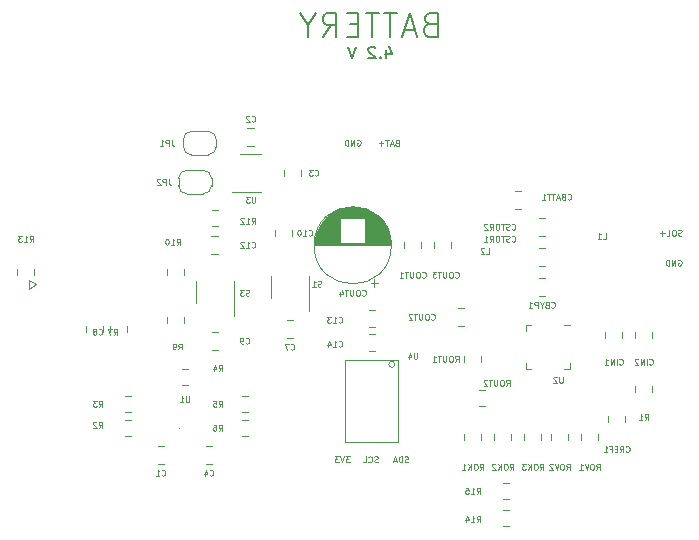
<source format=gbo>
G04 #@! TF.GenerationSoftware,KiCad,Pcbnew,(5.1.6)-1*
G04 #@! TF.CreationDate,2020-11-30T16:59:51+01:00*
G04 #@! TF.ProjectId,Power_module_v1,506f7765-725f-46d6-9f64-756c655f7631,rev?*
G04 #@! TF.SameCoordinates,Original*
G04 #@! TF.FileFunction,Legend,Bot*
G04 #@! TF.FilePolarity,Positive*
%FSLAX46Y46*%
G04 Gerber Fmt 4.6, Leading zero omitted, Abs format (unit mm)*
G04 Created by KiCad (PCBNEW (5.1.6)-1) date 2020-11-30 16:59:51*
%MOMM*%
%LPD*%
G01*
G04 APERTURE LIST*
%ADD10C,0.150000*%
%ADD11C,0.125000*%
%ADD12C,0.120000*%
G04 APERTURE END LIST*
D10*
X123761333Y-64555714D02*
X123761333Y-65222380D01*
X123999428Y-64174761D02*
X124237523Y-64889047D01*
X123618476Y-64889047D01*
X123237523Y-65127142D02*
X123189904Y-65174761D01*
X123237523Y-65222380D01*
X123285142Y-65174761D01*
X123237523Y-65127142D01*
X123237523Y-65222380D01*
X122808952Y-64317619D02*
X122761333Y-64270000D01*
X122666095Y-64222380D01*
X122428000Y-64222380D01*
X122332761Y-64270000D01*
X122285142Y-64317619D01*
X122237523Y-64412857D01*
X122237523Y-64508095D01*
X122285142Y-64650952D01*
X122856571Y-65222380D01*
X122237523Y-65222380D01*
X121189904Y-64222380D02*
X120856571Y-65222380D01*
X120523238Y-64222380D01*
X127428000Y-62341142D02*
X127142285Y-62436380D01*
X127047047Y-62531619D01*
X126951809Y-62722095D01*
X126951809Y-63007809D01*
X127047047Y-63198285D01*
X127142285Y-63293523D01*
X127332761Y-63388761D01*
X128094666Y-63388761D01*
X128094666Y-61388761D01*
X127428000Y-61388761D01*
X127237523Y-61484000D01*
X127142285Y-61579238D01*
X127047047Y-61769714D01*
X127047047Y-61960190D01*
X127142285Y-62150666D01*
X127237523Y-62245904D01*
X127428000Y-62341142D01*
X128094666Y-62341142D01*
X126189904Y-62817333D02*
X125237523Y-62817333D01*
X126380380Y-63388761D02*
X125713714Y-61388761D01*
X125047047Y-63388761D01*
X124666095Y-61388761D02*
X123523238Y-61388761D01*
X124094666Y-63388761D02*
X124094666Y-61388761D01*
X123142285Y-61388761D02*
X121999428Y-61388761D01*
X122570857Y-63388761D02*
X122570857Y-61388761D01*
X121332761Y-62341142D02*
X120666095Y-62341142D01*
X120380380Y-63388761D02*
X121332761Y-63388761D01*
X121332761Y-61388761D01*
X120380380Y-61388761D01*
X118380380Y-63388761D02*
X119047047Y-62436380D01*
X119523238Y-63388761D02*
X119523238Y-61388761D01*
X118761333Y-61388761D01*
X118570857Y-61484000D01*
X118475619Y-61579238D01*
X118380380Y-61769714D01*
X118380380Y-62055428D01*
X118475619Y-62245904D01*
X118570857Y-62341142D01*
X118761333Y-62436380D01*
X119523238Y-62436380D01*
X117142285Y-62436380D02*
X117142285Y-63388761D01*
X117808952Y-61388761D02*
X117142285Y-62436380D01*
X116475619Y-61388761D01*
D11*
X148744666Y-80212380D02*
X148673238Y-80236190D01*
X148554190Y-80236190D01*
X148506571Y-80212380D01*
X148482761Y-80188571D01*
X148458952Y-80140952D01*
X148458952Y-80093333D01*
X148482761Y-80045714D01*
X148506571Y-80021904D01*
X148554190Y-79998095D01*
X148649428Y-79974285D01*
X148697047Y-79950476D01*
X148720857Y-79926666D01*
X148744666Y-79879047D01*
X148744666Y-79831428D01*
X148720857Y-79783809D01*
X148697047Y-79760000D01*
X148649428Y-79736190D01*
X148530380Y-79736190D01*
X148458952Y-79760000D01*
X148149428Y-79736190D02*
X148054190Y-79736190D01*
X148006571Y-79760000D01*
X147958952Y-79807619D01*
X147935142Y-79902857D01*
X147935142Y-80069523D01*
X147958952Y-80164761D01*
X148006571Y-80212380D01*
X148054190Y-80236190D01*
X148149428Y-80236190D01*
X148197047Y-80212380D01*
X148244666Y-80164761D01*
X148268476Y-80069523D01*
X148268476Y-79902857D01*
X148244666Y-79807619D01*
X148197047Y-79760000D01*
X148149428Y-79736190D01*
X147482761Y-80236190D02*
X147720857Y-80236190D01*
X147720857Y-79736190D01*
X147316095Y-80045714D02*
X146935142Y-80045714D01*
X147125619Y-80236190D02*
X147125619Y-79855238D01*
X121284952Y-72140000D02*
X121332571Y-72116190D01*
X121404000Y-72116190D01*
X121475428Y-72140000D01*
X121523047Y-72187619D01*
X121546857Y-72235238D01*
X121570666Y-72330476D01*
X121570666Y-72401904D01*
X121546857Y-72497142D01*
X121523047Y-72544761D01*
X121475428Y-72592380D01*
X121404000Y-72616190D01*
X121356380Y-72616190D01*
X121284952Y-72592380D01*
X121261142Y-72568571D01*
X121261142Y-72401904D01*
X121356380Y-72401904D01*
X121046857Y-72616190D02*
X121046857Y-72116190D01*
X120761142Y-72616190D01*
X120761142Y-72116190D01*
X120523047Y-72616190D02*
X120523047Y-72116190D01*
X120404000Y-72116190D01*
X120332571Y-72140000D01*
X120284952Y-72187619D01*
X120261142Y-72235238D01*
X120237333Y-72330476D01*
X120237333Y-72401904D01*
X120261142Y-72497142D01*
X120284952Y-72544761D01*
X120332571Y-72592380D01*
X120404000Y-72616190D01*
X120523047Y-72616190D01*
X148462952Y-82300000D02*
X148510571Y-82276190D01*
X148582000Y-82276190D01*
X148653428Y-82300000D01*
X148701047Y-82347619D01*
X148724857Y-82395238D01*
X148748666Y-82490476D01*
X148748666Y-82561904D01*
X148724857Y-82657142D01*
X148701047Y-82704761D01*
X148653428Y-82752380D01*
X148582000Y-82776190D01*
X148534380Y-82776190D01*
X148462952Y-82752380D01*
X148439142Y-82728571D01*
X148439142Y-82561904D01*
X148534380Y-82561904D01*
X148224857Y-82776190D02*
X148224857Y-82276190D01*
X147939142Y-82776190D01*
X147939142Y-82276190D01*
X147701047Y-82776190D02*
X147701047Y-82276190D01*
X147582000Y-82276190D01*
X147510571Y-82300000D01*
X147462952Y-82347619D01*
X147439142Y-82395238D01*
X147415333Y-82490476D01*
X147415333Y-82561904D01*
X147439142Y-82657142D01*
X147462952Y-82704761D01*
X147510571Y-82752380D01*
X147582000Y-82776190D01*
X147701047Y-82776190D01*
X124630571Y-72354285D02*
X124559142Y-72378095D01*
X124535333Y-72401904D01*
X124511523Y-72449523D01*
X124511523Y-72520952D01*
X124535333Y-72568571D01*
X124559142Y-72592380D01*
X124606761Y-72616190D01*
X124797238Y-72616190D01*
X124797238Y-72116190D01*
X124630571Y-72116190D01*
X124582952Y-72140000D01*
X124559142Y-72163809D01*
X124535333Y-72211428D01*
X124535333Y-72259047D01*
X124559142Y-72306666D01*
X124582952Y-72330476D01*
X124630571Y-72354285D01*
X124797238Y-72354285D01*
X124321047Y-72473333D02*
X124082952Y-72473333D01*
X124368666Y-72616190D02*
X124202000Y-72116190D01*
X124035333Y-72616190D01*
X123940095Y-72116190D02*
X123654380Y-72116190D01*
X123797238Y-72616190D02*
X123797238Y-72116190D01*
X123487714Y-72425714D02*
X123106761Y-72425714D01*
X123297238Y-72616190D02*
X123297238Y-72235238D01*
D12*
X93472000Y-84074000D02*
X93472000Y-83947000D01*
X93472000Y-84709000D02*
X93472000Y-84074000D01*
X94107000Y-84328000D02*
X93472000Y-84709000D01*
X93472000Y-83947000D02*
X94107000Y-84328000D01*
D11*
X125575142Y-99389380D02*
X125503714Y-99413190D01*
X125384666Y-99413190D01*
X125337047Y-99389380D01*
X125313238Y-99365571D01*
X125289428Y-99317952D01*
X125289428Y-99270333D01*
X125313238Y-99222714D01*
X125337047Y-99198904D01*
X125384666Y-99175095D01*
X125479904Y-99151285D01*
X125527523Y-99127476D01*
X125551333Y-99103666D01*
X125575142Y-99056047D01*
X125575142Y-99008428D01*
X125551333Y-98960809D01*
X125527523Y-98937000D01*
X125479904Y-98913190D01*
X125360857Y-98913190D01*
X125289428Y-98937000D01*
X125075142Y-99413190D02*
X125075142Y-98913190D01*
X124956095Y-98913190D01*
X124884666Y-98937000D01*
X124837047Y-98984619D01*
X124813238Y-99032238D01*
X124789428Y-99127476D01*
X124789428Y-99198904D01*
X124813238Y-99294142D01*
X124837047Y-99341761D01*
X124884666Y-99389380D01*
X124956095Y-99413190D01*
X125075142Y-99413190D01*
X124598952Y-99270333D02*
X124360857Y-99270333D01*
X124646571Y-99413190D02*
X124479904Y-98913190D01*
X124313238Y-99413190D01*
X123023238Y-99389380D02*
X122951809Y-99413190D01*
X122832761Y-99413190D01*
X122785142Y-99389380D01*
X122761333Y-99365571D01*
X122737523Y-99317952D01*
X122737523Y-99270333D01*
X122761333Y-99222714D01*
X122785142Y-99198904D01*
X122832761Y-99175095D01*
X122928000Y-99151285D01*
X122975619Y-99127476D01*
X122999428Y-99103666D01*
X123023238Y-99056047D01*
X123023238Y-99008428D01*
X122999428Y-98960809D01*
X122975619Y-98937000D01*
X122928000Y-98913190D01*
X122808952Y-98913190D01*
X122737523Y-98937000D01*
X122237523Y-99365571D02*
X122261333Y-99389380D01*
X122332761Y-99413190D01*
X122380380Y-99413190D01*
X122451809Y-99389380D01*
X122499428Y-99341761D01*
X122523238Y-99294142D01*
X122547047Y-99198904D01*
X122547047Y-99127476D01*
X122523238Y-99032238D01*
X122499428Y-98984619D01*
X122451809Y-98937000D01*
X122380380Y-98913190D01*
X122332761Y-98913190D01*
X122261333Y-98937000D01*
X122237523Y-98960809D01*
X121785142Y-99413190D02*
X122023238Y-99413190D01*
X122023238Y-98913190D01*
X120634047Y-98913190D02*
X120324523Y-98913190D01*
X120491190Y-99103666D01*
X120419761Y-99103666D01*
X120372142Y-99127476D01*
X120348333Y-99151285D01*
X120324523Y-99198904D01*
X120324523Y-99317952D01*
X120348333Y-99365571D01*
X120372142Y-99389380D01*
X120419761Y-99413190D01*
X120562619Y-99413190D01*
X120610238Y-99389380D01*
X120634047Y-99365571D01*
X120181666Y-98913190D02*
X120015000Y-99413190D01*
X119848333Y-98913190D01*
X119729285Y-98913190D02*
X119419761Y-98913190D01*
X119586428Y-99103666D01*
X119515000Y-99103666D01*
X119467380Y-99127476D01*
X119443571Y-99151285D01*
X119419761Y-99198904D01*
X119419761Y-99317952D01*
X119443571Y-99365571D01*
X119467380Y-99389380D01*
X119515000Y-99413190D01*
X119657857Y-99413190D01*
X119705476Y-99389380D01*
X119729285Y-99365571D01*
D12*
X106427748Y-91492000D02*
X106950252Y-91492000D01*
X106427748Y-92912000D02*
X106950252Y-92912000D01*
X111507748Y-93778000D02*
X112030252Y-93778000D01*
X111507748Y-95198000D02*
X112030252Y-95198000D01*
X137167252Y-81307000D02*
X136644748Y-81307000D01*
X137167252Y-82777000D02*
X136644748Y-82777000D01*
X142521000Y-95518248D02*
X142521000Y-96040752D01*
X143991000Y-95518248D02*
X143991000Y-96040752D01*
X126719000Y-81287252D02*
X126719000Y-80764748D01*
X125249000Y-81287252D02*
X125249000Y-80764748D01*
X142267000Y-88384748D02*
X142267000Y-88907252D01*
X143737000Y-88384748D02*
X143737000Y-88907252D01*
X137167252Y-83847000D02*
X136644748Y-83847000D01*
X137167252Y-85317000D02*
X136644748Y-85317000D01*
X122284748Y-90016000D02*
X122807252Y-90016000D01*
X122284748Y-88546000D02*
X122807252Y-88546000D01*
X122293748Y-87984000D02*
X122816252Y-87984000D01*
X122293748Y-86514000D02*
X122816252Y-86514000D01*
X108937248Y-81761000D02*
X109459752Y-81761000D01*
X108937248Y-80291000D02*
X109459752Y-80291000D01*
X115797000Y-80271252D02*
X115797000Y-79748748D01*
X114327000Y-80271252D02*
X114327000Y-79748748D01*
X109481252Y-88419000D02*
X108958748Y-88419000D01*
X109481252Y-89889000D02*
X108958748Y-89889000D01*
X101827000Y-88399252D02*
X101827000Y-87876748D01*
X100357000Y-88399252D02*
X100357000Y-87876748D01*
X115831252Y-87403000D02*
X115308748Y-87403000D01*
X115831252Y-88873000D02*
X115308748Y-88873000D01*
X108973252Y-98071000D02*
X108450748Y-98071000D01*
X108973252Y-99541000D02*
X108450748Y-99541000D01*
X116559000Y-75169752D02*
X116559000Y-74647248D01*
X115089000Y-75169752D02*
X115089000Y-74647248D01*
X111985248Y-72617000D02*
X112507752Y-72617000D01*
X111985248Y-71147000D02*
X112507752Y-71147000D01*
X104386748Y-99541000D02*
X104909252Y-99541000D01*
X104386748Y-98071000D02*
X104909252Y-98071000D01*
X129786748Y-86387000D02*
X130309252Y-86387000D01*
X129786748Y-87857000D02*
X130309252Y-87857000D01*
X146277000Y-88384748D02*
X146277000Y-88907252D01*
X144807000Y-88384748D02*
X144807000Y-88907252D01*
X137167252Y-78767000D02*
X136644748Y-78767000D01*
X137167252Y-80237000D02*
X136644748Y-80237000D01*
X134612748Y-77951000D02*
X135135252Y-77951000D01*
X134612748Y-76481000D02*
X135135252Y-76481000D01*
X129259000Y-81287252D02*
X129259000Y-80764748D01*
X127789000Y-81287252D02*
X127789000Y-80764748D01*
X106263223Y-96563080D02*
G75*
G03*
X106263223Y-96563080I-52363J0D01*
G01*
X107250000Y-73390000D02*
X108650000Y-73390000D01*
X109350000Y-72690000D02*
X109350000Y-72090000D01*
X108650000Y-71390000D02*
X107250000Y-71390000D01*
X106550000Y-72090000D02*
X106550000Y-72690000D01*
X108650000Y-73390000D02*
G75*
G03*
X109350000Y-72690000I0J700000D01*
G01*
X109350000Y-72090000D02*
G75*
G03*
X108650000Y-71390000I-700000J0D01*
G01*
X107250000Y-71390000D02*
G75*
G03*
X106550000Y-72090000I0J-700000D01*
G01*
X106550000Y-72690000D02*
G75*
G03*
X107250000Y-73390000I700000J0D01*
G01*
X106154000Y-75392000D02*
X106154000Y-75992000D01*
X108254000Y-74692000D02*
X106854000Y-74692000D01*
X108954000Y-75992000D02*
X108954000Y-75392000D01*
X106854000Y-76692000D02*
X108254000Y-76692000D01*
X106154000Y-75992000D02*
G75*
G03*
X106854000Y-76692000I700000J0D01*
G01*
X106854000Y-74692000D02*
G75*
G03*
X106154000Y-75392000I0J-700000D01*
G01*
X108954000Y-75392000D02*
G75*
G03*
X108254000Y-74692000I-700000J0D01*
G01*
X108254000Y-76692000D02*
G75*
G03*
X108954000Y-75992000I0J700000D01*
G01*
X146252000Y-92956748D02*
X146252000Y-93479252D01*
X144832000Y-92956748D02*
X144832000Y-93479252D01*
X102106252Y-95810000D02*
X101583748Y-95810000D01*
X102106252Y-97230000D02*
X101583748Y-97230000D01*
X102115252Y-95198000D02*
X101592748Y-95198000D01*
X102115252Y-93778000D02*
X101592748Y-93778000D01*
X111507748Y-95810000D02*
X112030252Y-95810000D01*
X111507748Y-97230000D02*
X112030252Y-97230000D01*
X98350000Y-88399252D02*
X98350000Y-87876748D01*
X99770000Y-88399252D02*
X99770000Y-87876748D01*
X106628000Y-87628252D02*
X106628000Y-87105748D01*
X105208000Y-87628252D02*
X105208000Y-87105748D01*
X105208000Y-83573252D02*
X105208000Y-83050748D01*
X106628000Y-83573252D02*
X106628000Y-83050748D01*
X92508000Y-83059748D02*
X92508000Y-83582252D01*
X93928000Y-83059748D02*
X93928000Y-83582252D01*
X134110252Y-103430000D02*
X133587748Y-103430000D01*
X134110252Y-104850000D02*
X133587748Y-104850000D01*
X134110252Y-102564000D02*
X133587748Y-102564000D01*
X134110252Y-101144000D02*
X133587748Y-101144000D01*
X136854000Y-97543252D02*
X136854000Y-97020748D01*
X135434000Y-97543252D02*
X135434000Y-97020748D01*
X132894000Y-97543252D02*
X132894000Y-97020748D01*
X134314000Y-97543252D02*
X134314000Y-97020748D01*
X130354000Y-97020748D02*
X130354000Y-97543252D01*
X131774000Y-97020748D02*
X131774000Y-97543252D01*
X132087252Y-94690000D02*
X131564748Y-94690000D01*
X132087252Y-93270000D02*
X131564748Y-93270000D01*
X131774000Y-90939252D02*
X131774000Y-90416748D01*
X130354000Y-90939252D02*
X130354000Y-90416748D01*
X139140000Y-97543252D02*
X139140000Y-97020748D01*
X137720000Y-97543252D02*
X137720000Y-97020748D01*
X141680000Y-97020748D02*
X141680000Y-97543252D01*
X140260000Y-97020748D02*
X140260000Y-97543252D01*
X107610000Y-85910000D02*
X107610000Y-84110000D01*
X110830000Y-84110000D02*
X110830000Y-87060000D01*
X136029000Y-87802000D02*
X135554000Y-87802000D01*
X135554000Y-87802000D02*
X135554000Y-88277000D01*
X138799000Y-91522000D02*
X139274000Y-91522000D01*
X139274000Y-91522000D02*
X139274000Y-91047000D01*
X136029000Y-91522000D02*
X135554000Y-91522000D01*
X135554000Y-91522000D02*
X135554000Y-91047000D01*
X138799000Y-87802000D02*
X139274000Y-87802000D01*
X113168000Y-76540000D02*
X110718000Y-76540000D01*
X111368000Y-73320000D02*
X113168000Y-73320000D01*
X124460000Y-91126000D02*
G75*
G03*
X124460000Y-91126000I-254000J0D01*
G01*
X124714000Y-97730000D02*
X124714000Y-90745000D01*
X120269000Y-97730000D02*
X124714000Y-97730000D01*
X120269000Y-90745000D02*
X120269000Y-97730000D01*
X124714000Y-90745000D02*
X120269000Y-90745000D01*
X123058000Y-84231241D02*
X122428000Y-84231241D01*
X122743000Y-84546241D02*
X122743000Y-83916241D01*
X121306000Y-77805000D02*
X120502000Y-77805000D01*
X121537000Y-77845000D02*
X120271000Y-77845000D01*
X121706000Y-77885000D02*
X120102000Y-77885000D01*
X121844000Y-77925000D02*
X119964000Y-77925000D01*
X121963000Y-77965000D02*
X119845000Y-77965000D01*
X122069000Y-78005000D02*
X119739000Y-78005000D01*
X122166000Y-78045000D02*
X119642000Y-78045000D01*
X122254000Y-78085000D02*
X119554000Y-78085000D01*
X122336000Y-78125000D02*
X119472000Y-78125000D01*
X122413000Y-78165000D02*
X119395000Y-78165000D01*
X122485000Y-78205000D02*
X119323000Y-78205000D01*
X122554000Y-78245000D02*
X119254000Y-78245000D01*
X122618000Y-78285000D02*
X119190000Y-78285000D01*
X122680000Y-78325000D02*
X119128000Y-78325000D01*
X122738000Y-78365000D02*
X119070000Y-78365000D01*
X122794000Y-78405000D02*
X119014000Y-78405000D01*
X122848000Y-78445000D02*
X118960000Y-78445000D01*
X122899000Y-78485000D02*
X118909000Y-78485000D01*
X122948000Y-78525000D02*
X118860000Y-78525000D01*
X122996000Y-78565000D02*
X118812000Y-78565000D01*
X123041000Y-78605000D02*
X118767000Y-78605000D01*
X123086000Y-78645000D02*
X118722000Y-78645000D01*
X123128000Y-78685000D02*
X118680000Y-78685000D01*
X123169000Y-78725000D02*
X118639000Y-78725000D01*
X119864000Y-78765000D02*
X118599000Y-78765000D01*
X123209000Y-78765000D02*
X121944000Y-78765000D01*
X119864000Y-78805000D02*
X118561000Y-78805000D01*
X123247000Y-78805000D02*
X121944000Y-78805000D01*
X119864000Y-78845000D02*
X118524000Y-78845000D01*
X123284000Y-78845000D02*
X121944000Y-78845000D01*
X119864000Y-78885000D02*
X118488000Y-78885000D01*
X123320000Y-78885000D02*
X121944000Y-78885000D01*
X119864000Y-78925000D02*
X118454000Y-78925000D01*
X123354000Y-78925000D02*
X121944000Y-78925000D01*
X119864000Y-78965000D02*
X118420000Y-78965000D01*
X123388000Y-78965000D02*
X121944000Y-78965000D01*
X119864000Y-79005000D02*
X118388000Y-79005000D01*
X123420000Y-79005000D02*
X121944000Y-79005000D01*
X119864000Y-79045000D02*
X118356000Y-79045000D01*
X123452000Y-79045000D02*
X121944000Y-79045000D01*
X119864000Y-79085000D02*
X118326000Y-79085000D01*
X123482000Y-79085000D02*
X121944000Y-79085000D01*
X119864000Y-79125000D02*
X118297000Y-79125000D01*
X123511000Y-79125000D02*
X121944000Y-79125000D01*
X119864000Y-79165000D02*
X118268000Y-79165000D01*
X123540000Y-79165000D02*
X121944000Y-79165000D01*
X119864000Y-79205000D02*
X118240000Y-79205000D01*
X123568000Y-79205000D02*
X121944000Y-79205000D01*
X119864000Y-79245000D02*
X118214000Y-79245000D01*
X123594000Y-79245000D02*
X121944000Y-79245000D01*
X119864000Y-79285000D02*
X118188000Y-79285000D01*
X123620000Y-79285000D02*
X121944000Y-79285000D01*
X119864000Y-79325000D02*
X118162000Y-79325000D01*
X123646000Y-79325000D02*
X121944000Y-79325000D01*
X119864000Y-79365000D02*
X118138000Y-79365000D01*
X123670000Y-79365000D02*
X121944000Y-79365000D01*
X119864000Y-79405000D02*
X118114000Y-79405000D01*
X123694000Y-79405000D02*
X121944000Y-79405000D01*
X119864000Y-79445000D02*
X118092000Y-79445000D01*
X123716000Y-79445000D02*
X121944000Y-79445000D01*
X119864000Y-79485000D02*
X118070000Y-79485000D01*
X123738000Y-79485000D02*
X121944000Y-79485000D01*
X119864000Y-79525000D02*
X118048000Y-79525000D01*
X123760000Y-79525000D02*
X121944000Y-79525000D01*
X119864000Y-79565000D02*
X118028000Y-79565000D01*
X123780000Y-79565000D02*
X121944000Y-79565000D01*
X119864000Y-79605000D02*
X118008000Y-79605000D01*
X123800000Y-79605000D02*
X121944000Y-79605000D01*
X119864000Y-79645000D02*
X117988000Y-79645000D01*
X123820000Y-79645000D02*
X121944000Y-79645000D01*
X119864000Y-79685000D02*
X117970000Y-79685000D01*
X123838000Y-79685000D02*
X121944000Y-79685000D01*
X119864000Y-79725000D02*
X117952000Y-79725000D01*
X123856000Y-79725000D02*
X121944000Y-79725000D01*
X119864000Y-79765000D02*
X117934000Y-79765000D01*
X123874000Y-79765000D02*
X121944000Y-79765000D01*
X119864000Y-79805000D02*
X117918000Y-79805000D01*
X123890000Y-79805000D02*
X121944000Y-79805000D01*
X119864000Y-79845000D02*
X117902000Y-79845000D01*
X123906000Y-79845000D02*
X121944000Y-79845000D01*
X119864000Y-79885000D02*
X117886000Y-79885000D01*
X123922000Y-79885000D02*
X121944000Y-79885000D01*
X119864000Y-79925000D02*
X117871000Y-79925000D01*
X123937000Y-79925000D02*
X121944000Y-79925000D01*
X119864000Y-79965000D02*
X117857000Y-79965000D01*
X123951000Y-79965000D02*
X121944000Y-79965000D01*
X119864000Y-80005000D02*
X117843000Y-80005000D01*
X123965000Y-80005000D02*
X121944000Y-80005000D01*
X119864000Y-80045000D02*
X117830000Y-80045000D01*
X123978000Y-80045000D02*
X121944000Y-80045000D01*
X119864000Y-80085000D02*
X117818000Y-80085000D01*
X123990000Y-80085000D02*
X121944000Y-80085000D01*
X119864000Y-80125000D02*
X117806000Y-80125000D01*
X124002000Y-80125000D02*
X121944000Y-80125000D01*
X119864000Y-80165000D02*
X117794000Y-80165000D01*
X124014000Y-80165000D02*
X121944000Y-80165000D01*
X119864000Y-80205000D02*
X117783000Y-80205000D01*
X124025000Y-80205000D02*
X121944000Y-80205000D01*
X119864000Y-80245000D02*
X117773000Y-80245000D01*
X124035000Y-80245000D02*
X121944000Y-80245000D01*
X119864000Y-80285000D02*
X117763000Y-80285000D01*
X124045000Y-80285000D02*
X121944000Y-80285000D01*
X119864000Y-80325000D02*
X117754000Y-80325000D01*
X124054000Y-80325000D02*
X121944000Y-80325000D01*
X119864000Y-80366000D02*
X117745000Y-80366000D01*
X124063000Y-80366000D02*
X121944000Y-80366000D01*
X119864000Y-80406000D02*
X117737000Y-80406000D01*
X124071000Y-80406000D02*
X121944000Y-80406000D01*
X119864000Y-80446000D02*
X117729000Y-80446000D01*
X124079000Y-80446000D02*
X121944000Y-80446000D01*
X119864000Y-80486000D02*
X117722000Y-80486000D01*
X124086000Y-80486000D02*
X121944000Y-80486000D01*
X119864000Y-80526000D02*
X117715000Y-80526000D01*
X124093000Y-80526000D02*
X121944000Y-80526000D01*
X119864000Y-80566000D02*
X117709000Y-80566000D01*
X124099000Y-80566000D02*
X121944000Y-80566000D01*
X119864000Y-80606000D02*
X117703000Y-80606000D01*
X124105000Y-80606000D02*
X121944000Y-80606000D01*
X119864000Y-80646000D02*
X117698000Y-80646000D01*
X124110000Y-80646000D02*
X121944000Y-80646000D01*
X119864000Y-80686000D02*
X117693000Y-80686000D01*
X124115000Y-80686000D02*
X121944000Y-80686000D01*
X119864000Y-80726000D02*
X117689000Y-80726000D01*
X124119000Y-80726000D02*
X121944000Y-80726000D01*
X119864000Y-80766000D02*
X117686000Y-80766000D01*
X124122000Y-80766000D02*
X121944000Y-80766000D01*
X119864000Y-80806000D02*
X117682000Y-80806000D01*
X124126000Y-80806000D02*
X121944000Y-80806000D01*
X124128000Y-80846000D02*
X117680000Y-80846000D01*
X124131000Y-80886000D02*
X117677000Y-80886000D01*
X124132000Y-80926000D02*
X117676000Y-80926000D01*
X124134000Y-80966000D02*
X117674000Y-80966000D01*
X124134000Y-81006000D02*
X117674000Y-81006000D01*
X124134000Y-81046000D02*
X117674000Y-81046000D01*
X124174000Y-81046000D02*
G75*
G03*
X124174000Y-81046000I-3270000J0D01*
G01*
X109472252Y-79450000D02*
X108949748Y-79450000D01*
X109472252Y-78030000D02*
X108949748Y-78030000D01*
X117180000Y-83682000D02*
X117180000Y-86632000D01*
X113960000Y-85482000D02*
X113960000Y-83682000D01*
D11*
X109557333Y-91666190D02*
X109724000Y-91428095D01*
X109843047Y-91666190D02*
X109843047Y-91166190D01*
X109652571Y-91166190D01*
X109604952Y-91190000D01*
X109581142Y-91213809D01*
X109557333Y-91261428D01*
X109557333Y-91332857D01*
X109581142Y-91380476D01*
X109604952Y-91404285D01*
X109652571Y-91428095D01*
X109843047Y-91428095D01*
X109128761Y-91332857D02*
X109128761Y-91666190D01*
X109247809Y-91142380D02*
X109366857Y-91499523D01*
X109057333Y-91499523D01*
X109557333Y-94714190D02*
X109724000Y-94476095D01*
X109843047Y-94714190D02*
X109843047Y-94214190D01*
X109652571Y-94214190D01*
X109604952Y-94238000D01*
X109581142Y-94261809D01*
X109557333Y-94309428D01*
X109557333Y-94380857D01*
X109581142Y-94428476D01*
X109604952Y-94452285D01*
X109652571Y-94476095D01*
X109843047Y-94476095D01*
X109104952Y-94214190D02*
X109343047Y-94214190D01*
X109366857Y-94452285D01*
X109343047Y-94428476D01*
X109295428Y-94404666D01*
X109176380Y-94404666D01*
X109128761Y-94428476D01*
X109104952Y-94452285D01*
X109081142Y-94499904D01*
X109081142Y-94618952D01*
X109104952Y-94666571D01*
X109128761Y-94690380D01*
X109176380Y-94714190D01*
X109295428Y-94714190D01*
X109343047Y-94690380D01*
X109366857Y-94666571D01*
X134373809Y-80696571D02*
X134397619Y-80720380D01*
X134469047Y-80744190D01*
X134516666Y-80744190D01*
X134588095Y-80720380D01*
X134635714Y-80672761D01*
X134659523Y-80625142D01*
X134683333Y-80529904D01*
X134683333Y-80458476D01*
X134659523Y-80363238D01*
X134635714Y-80315619D01*
X134588095Y-80268000D01*
X134516666Y-80244190D01*
X134469047Y-80244190D01*
X134397619Y-80268000D01*
X134373809Y-80291809D01*
X134183333Y-80720380D02*
X134111904Y-80744190D01*
X133992857Y-80744190D01*
X133945238Y-80720380D01*
X133921428Y-80696571D01*
X133897619Y-80648952D01*
X133897619Y-80601333D01*
X133921428Y-80553714D01*
X133945238Y-80529904D01*
X133992857Y-80506095D01*
X134088095Y-80482285D01*
X134135714Y-80458476D01*
X134159523Y-80434666D01*
X134183333Y-80387047D01*
X134183333Y-80339428D01*
X134159523Y-80291809D01*
X134135714Y-80268000D01*
X134088095Y-80244190D01*
X133969047Y-80244190D01*
X133897619Y-80268000D01*
X133754761Y-80244190D02*
X133469047Y-80244190D01*
X133611904Y-80744190D02*
X133611904Y-80244190D01*
X133207142Y-80244190D02*
X133111904Y-80244190D01*
X133064285Y-80268000D01*
X133016666Y-80315619D01*
X132992857Y-80410857D01*
X132992857Y-80577523D01*
X133016666Y-80672761D01*
X133064285Y-80720380D01*
X133111904Y-80744190D01*
X133207142Y-80744190D01*
X133254761Y-80720380D01*
X133302380Y-80672761D01*
X133326190Y-80577523D01*
X133326190Y-80410857D01*
X133302380Y-80315619D01*
X133254761Y-80268000D01*
X133207142Y-80244190D01*
X132492857Y-80744190D02*
X132659523Y-80506095D01*
X132778571Y-80744190D02*
X132778571Y-80244190D01*
X132588095Y-80244190D01*
X132540476Y-80268000D01*
X132516666Y-80291809D01*
X132492857Y-80339428D01*
X132492857Y-80410857D01*
X132516666Y-80458476D01*
X132540476Y-80482285D01*
X132588095Y-80506095D01*
X132778571Y-80506095D01*
X132016666Y-80744190D02*
X132302380Y-80744190D01*
X132159523Y-80744190D02*
X132159523Y-80244190D01*
X132207142Y-80315619D01*
X132254761Y-80363238D01*
X132302380Y-80387047D01*
X144029809Y-98498071D02*
X144053619Y-98521880D01*
X144125047Y-98545690D01*
X144172666Y-98545690D01*
X144244095Y-98521880D01*
X144291714Y-98474261D01*
X144315523Y-98426642D01*
X144339333Y-98331404D01*
X144339333Y-98259976D01*
X144315523Y-98164738D01*
X144291714Y-98117119D01*
X144244095Y-98069500D01*
X144172666Y-98045690D01*
X144125047Y-98045690D01*
X144053619Y-98069500D01*
X144029809Y-98093309D01*
X143529809Y-98545690D02*
X143696476Y-98307595D01*
X143815523Y-98545690D02*
X143815523Y-98045690D01*
X143625047Y-98045690D01*
X143577428Y-98069500D01*
X143553619Y-98093309D01*
X143529809Y-98140928D01*
X143529809Y-98212357D01*
X143553619Y-98259976D01*
X143577428Y-98283785D01*
X143625047Y-98307595D01*
X143815523Y-98307595D01*
X143315523Y-98283785D02*
X143148857Y-98283785D01*
X143077428Y-98545690D02*
X143315523Y-98545690D01*
X143315523Y-98045690D01*
X143077428Y-98045690D01*
X142696476Y-98283785D02*
X142863142Y-98283785D01*
X142863142Y-98545690D02*
X142863142Y-98045690D01*
X142625047Y-98045690D01*
X142172666Y-98545690D02*
X142458380Y-98545690D01*
X142315523Y-98545690D02*
X142315523Y-98045690D01*
X142363142Y-98117119D01*
X142410761Y-98164738D01*
X142458380Y-98188547D01*
X126781619Y-83744571D02*
X126805428Y-83768380D01*
X126876857Y-83792190D01*
X126924476Y-83792190D01*
X126995904Y-83768380D01*
X127043523Y-83720761D01*
X127067333Y-83673142D01*
X127091142Y-83577904D01*
X127091142Y-83506476D01*
X127067333Y-83411238D01*
X127043523Y-83363619D01*
X126995904Y-83316000D01*
X126924476Y-83292190D01*
X126876857Y-83292190D01*
X126805428Y-83316000D01*
X126781619Y-83339809D01*
X126472095Y-83292190D02*
X126376857Y-83292190D01*
X126329238Y-83316000D01*
X126281619Y-83363619D01*
X126257809Y-83458857D01*
X126257809Y-83625523D01*
X126281619Y-83720761D01*
X126329238Y-83768380D01*
X126376857Y-83792190D01*
X126472095Y-83792190D01*
X126519714Y-83768380D01*
X126567333Y-83720761D01*
X126591142Y-83625523D01*
X126591142Y-83458857D01*
X126567333Y-83363619D01*
X126519714Y-83316000D01*
X126472095Y-83292190D01*
X126043523Y-83292190D02*
X126043523Y-83696952D01*
X126019714Y-83744571D01*
X125995904Y-83768380D01*
X125948285Y-83792190D01*
X125853047Y-83792190D01*
X125805428Y-83768380D01*
X125781619Y-83744571D01*
X125757809Y-83696952D01*
X125757809Y-83292190D01*
X125591142Y-83292190D02*
X125305428Y-83292190D01*
X125448285Y-83792190D02*
X125448285Y-83292190D01*
X124876857Y-83792190D02*
X125162571Y-83792190D01*
X125019714Y-83792190D02*
X125019714Y-83292190D01*
X125067333Y-83363619D01*
X125114952Y-83411238D01*
X125162571Y-83435047D01*
X143466285Y-91110571D02*
X143490095Y-91134380D01*
X143561523Y-91158190D01*
X143609142Y-91158190D01*
X143680571Y-91134380D01*
X143728190Y-91086761D01*
X143752000Y-91039142D01*
X143775809Y-90943904D01*
X143775809Y-90872476D01*
X143752000Y-90777238D01*
X143728190Y-90729619D01*
X143680571Y-90682000D01*
X143609142Y-90658190D01*
X143561523Y-90658190D01*
X143490095Y-90682000D01*
X143466285Y-90705809D01*
X143252000Y-91158190D02*
X143252000Y-90658190D01*
X143013904Y-91158190D02*
X143013904Y-90658190D01*
X142728190Y-91158190D01*
X142728190Y-90658190D01*
X142228190Y-91158190D02*
X142513904Y-91158190D01*
X142371047Y-91158190D02*
X142371047Y-90658190D01*
X142418666Y-90729619D01*
X142466285Y-90777238D01*
X142513904Y-90801047D01*
X137703619Y-86284571D02*
X137727428Y-86308380D01*
X137798857Y-86332190D01*
X137846476Y-86332190D01*
X137917904Y-86308380D01*
X137965523Y-86260761D01*
X137989333Y-86213142D01*
X138013142Y-86117904D01*
X138013142Y-86046476D01*
X137989333Y-85951238D01*
X137965523Y-85903619D01*
X137917904Y-85856000D01*
X137846476Y-85832190D01*
X137798857Y-85832190D01*
X137727428Y-85856000D01*
X137703619Y-85879809D01*
X137322666Y-86070285D02*
X137251238Y-86094095D01*
X137227428Y-86117904D01*
X137203619Y-86165523D01*
X137203619Y-86236952D01*
X137227428Y-86284571D01*
X137251238Y-86308380D01*
X137298857Y-86332190D01*
X137489333Y-86332190D01*
X137489333Y-85832190D01*
X137322666Y-85832190D01*
X137275047Y-85856000D01*
X137251238Y-85879809D01*
X137227428Y-85927428D01*
X137227428Y-85975047D01*
X137251238Y-86022666D01*
X137275047Y-86046476D01*
X137322666Y-86070285D01*
X137489333Y-86070285D01*
X136894095Y-86094095D02*
X136894095Y-86332190D01*
X137060761Y-85832190D02*
X136894095Y-86094095D01*
X136727428Y-85832190D01*
X136560761Y-86332190D02*
X136560761Y-85832190D01*
X136370285Y-85832190D01*
X136322666Y-85856000D01*
X136298857Y-85879809D01*
X136275047Y-85927428D01*
X136275047Y-85998857D01*
X136298857Y-86046476D01*
X136322666Y-86070285D01*
X136370285Y-86094095D01*
X136560761Y-86094095D01*
X135798857Y-86332190D02*
X136084571Y-86332190D01*
X135941714Y-86332190D02*
X135941714Y-85832190D01*
X135989333Y-85903619D01*
X136036952Y-85951238D01*
X136084571Y-85975047D01*
X119701428Y-89586571D02*
X119725238Y-89610380D01*
X119796666Y-89634190D01*
X119844285Y-89634190D01*
X119915714Y-89610380D01*
X119963333Y-89562761D01*
X119987142Y-89515142D01*
X120010952Y-89419904D01*
X120010952Y-89348476D01*
X119987142Y-89253238D01*
X119963333Y-89205619D01*
X119915714Y-89158000D01*
X119844285Y-89134190D01*
X119796666Y-89134190D01*
X119725238Y-89158000D01*
X119701428Y-89181809D01*
X119225238Y-89634190D02*
X119510952Y-89634190D01*
X119368095Y-89634190D02*
X119368095Y-89134190D01*
X119415714Y-89205619D01*
X119463333Y-89253238D01*
X119510952Y-89277047D01*
X118796666Y-89300857D02*
X118796666Y-89634190D01*
X118915714Y-89110380D02*
X119034761Y-89467523D01*
X118725238Y-89467523D01*
X119701428Y-87554571D02*
X119725238Y-87578380D01*
X119796666Y-87602190D01*
X119844285Y-87602190D01*
X119915714Y-87578380D01*
X119963333Y-87530761D01*
X119987142Y-87483142D01*
X120010952Y-87387904D01*
X120010952Y-87316476D01*
X119987142Y-87221238D01*
X119963333Y-87173619D01*
X119915714Y-87126000D01*
X119844285Y-87102190D01*
X119796666Y-87102190D01*
X119725238Y-87126000D01*
X119701428Y-87149809D01*
X119225238Y-87602190D02*
X119510952Y-87602190D01*
X119368095Y-87602190D02*
X119368095Y-87102190D01*
X119415714Y-87173619D01*
X119463333Y-87221238D01*
X119510952Y-87245047D01*
X119058571Y-87102190D02*
X118749047Y-87102190D01*
X118915714Y-87292666D01*
X118844285Y-87292666D01*
X118796666Y-87316476D01*
X118772857Y-87340285D01*
X118749047Y-87387904D01*
X118749047Y-87506952D01*
X118772857Y-87554571D01*
X118796666Y-87578380D01*
X118844285Y-87602190D01*
X118987142Y-87602190D01*
X119034761Y-87578380D01*
X119058571Y-87554571D01*
X112335428Y-81204571D02*
X112359238Y-81228380D01*
X112430666Y-81252190D01*
X112478285Y-81252190D01*
X112549714Y-81228380D01*
X112597333Y-81180761D01*
X112621142Y-81133142D01*
X112644952Y-81037904D01*
X112644952Y-80966476D01*
X112621142Y-80871238D01*
X112597333Y-80823619D01*
X112549714Y-80776000D01*
X112478285Y-80752190D01*
X112430666Y-80752190D01*
X112359238Y-80776000D01*
X112335428Y-80799809D01*
X111859238Y-81252190D02*
X112144952Y-81252190D01*
X112002095Y-81252190D02*
X112002095Y-80752190D01*
X112049714Y-80823619D01*
X112097333Y-80871238D01*
X112144952Y-80895047D01*
X111668761Y-80799809D02*
X111644952Y-80776000D01*
X111597333Y-80752190D01*
X111478285Y-80752190D01*
X111430666Y-80776000D01*
X111406857Y-80799809D01*
X111383047Y-80847428D01*
X111383047Y-80895047D01*
X111406857Y-80966476D01*
X111692571Y-81252190D01*
X111383047Y-81252190D01*
X117161428Y-80188571D02*
X117185238Y-80212380D01*
X117256666Y-80236190D01*
X117304285Y-80236190D01*
X117375714Y-80212380D01*
X117423333Y-80164761D01*
X117447142Y-80117142D01*
X117470952Y-80021904D01*
X117470952Y-79950476D01*
X117447142Y-79855238D01*
X117423333Y-79807619D01*
X117375714Y-79760000D01*
X117304285Y-79736190D01*
X117256666Y-79736190D01*
X117185238Y-79760000D01*
X117161428Y-79783809D01*
X116685238Y-80236190D02*
X116970952Y-80236190D01*
X116828095Y-80236190D02*
X116828095Y-79736190D01*
X116875714Y-79807619D01*
X116923333Y-79855238D01*
X116970952Y-79879047D01*
X116375714Y-79736190D02*
X116328095Y-79736190D01*
X116280476Y-79760000D01*
X116256666Y-79783809D01*
X116232857Y-79831428D01*
X116209047Y-79926666D01*
X116209047Y-80045714D01*
X116232857Y-80140952D01*
X116256666Y-80188571D01*
X116280476Y-80212380D01*
X116328095Y-80236190D01*
X116375714Y-80236190D01*
X116423333Y-80212380D01*
X116447142Y-80188571D01*
X116470952Y-80140952D01*
X116494761Y-80045714D01*
X116494761Y-79926666D01*
X116470952Y-79831428D01*
X116447142Y-79783809D01*
X116423333Y-79760000D01*
X116375714Y-79736190D01*
X111843333Y-89332571D02*
X111867142Y-89356380D01*
X111938571Y-89380190D01*
X111986190Y-89380190D01*
X112057619Y-89356380D01*
X112105238Y-89308761D01*
X112129047Y-89261142D01*
X112152857Y-89165904D01*
X112152857Y-89094476D01*
X112129047Y-88999238D01*
X112105238Y-88951619D01*
X112057619Y-88904000D01*
X111986190Y-88880190D01*
X111938571Y-88880190D01*
X111867142Y-88904000D01*
X111843333Y-88927809D01*
X111605238Y-89380190D02*
X111510000Y-89380190D01*
X111462380Y-89356380D01*
X111438571Y-89332571D01*
X111390952Y-89261142D01*
X111367142Y-89165904D01*
X111367142Y-88975428D01*
X111390952Y-88927809D01*
X111414761Y-88904000D01*
X111462380Y-88880190D01*
X111557619Y-88880190D01*
X111605238Y-88904000D01*
X111629047Y-88927809D01*
X111652857Y-88975428D01*
X111652857Y-89094476D01*
X111629047Y-89142095D01*
X111605238Y-89165904D01*
X111557619Y-89189714D01*
X111462380Y-89189714D01*
X111414761Y-89165904D01*
X111390952Y-89142095D01*
X111367142Y-89094476D01*
X99397333Y-88570571D02*
X99421142Y-88594380D01*
X99492571Y-88618190D01*
X99540190Y-88618190D01*
X99611619Y-88594380D01*
X99659238Y-88546761D01*
X99683047Y-88499142D01*
X99706857Y-88403904D01*
X99706857Y-88332476D01*
X99683047Y-88237238D01*
X99659238Y-88189619D01*
X99611619Y-88142000D01*
X99540190Y-88118190D01*
X99492571Y-88118190D01*
X99421142Y-88142000D01*
X99397333Y-88165809D01*
X99111619Y-88332476D02*
X99159238Y-88308666D01*
X99183047Y-88284857D01*
X99206857Y-88237238D01*
X99206857Y-88213428D01*
X99183047Y-88165809D01*
X99159238Y-88142000D01*
X99111619Y-88118190D01*
X99016380Y-88118190D01*
X98968761Y-88142000D01*
X98944952Y-88165809D01*
X98921142Y-88213428D01*
X98921142Y-88237238D01*
X98944952Y-88284857D01*
X98968761Y-88308666D01*
X99016380Y-88332476D01*
X99111619Y-88332476D01*
X99159238Y-88356285D01*
X99183047Y-88380095D01*
X99206857Y-88427714D01*
X99206857Y-88522952D01*
X99183047Y-88570571D01*
X99159238Y-88594380D01*
X99111619Y-88618190D01*
X99016380Y-88618190D01*
X98968761Y-88594380D01*
X98944952Y-88570571D01*
X98921142Y-88522952D01*
X98921142Y-88427714D01*
X98944952Y-88380095D01*
X98968761Y-88356285D01*
X99016380Y-88332476D01*
X115653333Y-89840571D02*
X115677142Y-89864380D01*
X115748571Y-89888190D01*
X115796190Y-89888190D01*
X115867619Y-89864380D01*
X115915238Y-89816761D01*
X115939047Y-89769142D01*
X115962857Y-89673904D01*
X115962857Y-89602476D01*
X115939047Y-89507238D01*
X115915238Y-89459619D01*
X115867619Y-89412000D01*
X115796190Y-89388190D01*
X115748571Y-89388190D01*
X115677142Y-89412000D01*
X115653333Y-89435809D01*
X115486666Y-89388190D02*
X115153333Y-89388190D01*
X115367619Y-89888190D01*
X108795333Y-100508571D02*
X108819142Y-100532380D01*
X108890571Y-100556190D01*
X108938190Y-100556190D01*
X109009619Y-100532380D01*
X109057238Y-100484761D01*
X109081047Y-100437142D01*
X109104857Y-100341904D01*
X109104857Y-100270476D01*
X109081047Y-100175238D01*
X109057238Y-100127619D01*
X109009619Y-100080000D01*
X108938190Y-100056190D01*
X108890571Y-100056190D01*
X108819142Y-100080000D01*
X108795333Y-100103809D01*
X108366761Y-100222857D02*
X108366761Y-100556190D01*
X108485809Y-100032380D02*
X108604857Y-100389523D01*
X108295333Y-100389523D01*
X117685333Y-75108571D02*
X117709142Y-75132380D01*
X117780571Y-75156190D01*
X117828190Y-75156190D01*
X117899619Y-75132380D01*
X117947238Y-75084761D01*
X117971047Y-75037142D01*
X117994857Y-74941904D01*
X117994857Y-74870476D01*
X117971047Y-74775238D01*
X117947238Y-74727619D01*
X117899619Y-74680000D01*
X117828190Y-74656190D01*
X117780571Y-74656190D01*
X117709142Y-74680000D01*
X117685333Y-74703809D01*
X117518666Y-74656190D02*
X117209142Y-74656190D01*
X117375809Y-74846666D01*
X117304380Y-74846666D01*
X117256761Y-74870476D01*
X117232952Y-74894285D01*
X117209142Y-74941904D01*
X117209142Y-75060952D01*
X117232952Y-75108571D01*
X117256761Y-75132380D01*
X117304380Y-75156190D01*
X117447238Y-75156190D01*
X117494857Y-75132380D01*
X117518666Y-75108571D01*
X112351333Y-70536571D02*
X112375142Y-70560380D01*
X112446571Y-70584190D01*
X112494190Y-70584190D01*
X112565619Y-70560380D01*
X112613238Y-70512761D01*
X112637047Y-70465142D01*
X112660857Y-70369904D01*
X112660857Y-70298476D01*
X112637047Y-70203238D01*
X112613238Y-70155619D01*
X112565619Y-70108000D01*
X112494190Y-70084190D01*
X112446571Y-70084190D01*
X112375142Y-70108000D01*
X112351333Y-70131809D01*
X112160857Y-70131809D02*
X112137047Y-70108000D01*
X112089428Y-70084190D01*
X111970380Y-70084190D01*
X111922761Y-70108000D01*
X111898952Y-70131809D01*
X111875142Y-70179428D01*
X111875142Y-70227047D01*
X111898952Y-70298476D01*
X112184666Y-70584190D01*
X111875142Y-70584190D01*
X104731333Y-100508571D02*
X104755142Y-100532380D01*
X104826571Y-100556190D01*
X104874190Y-100556190D01*
X104945619Y-100532380D01*
X104993238Y-100484761D01*
X105017047Y-100437142D01*
X105040857Y-100341904D01*
X105040857Y-100270476D01*
X105017047Y-100175238D01*
X104993238Y-100127619D01*
X104945619Y-100080000D01*
X104874190Y-100056190D01*
X104826571Y-100056190D01*
X104755142Y-100080000D01*
X104731333Y-100103809D01*
X104255142Y-100556190D02*
X104540857Y-100556190D01*
X104398000Y-100556190D02*
X104398000Y-100056190D01*
X104445619Y-100127619D01*
X104493238Y-100175238D01*
X104540857Y-100199047D01*
X127543619Y-87300571D02*
X127567428Y-87324380D01*
X127638857Y-87348190D01*
X127686476Y-87348190D01*
X127757904Y-87324380D01*
X127805523Y-87276761D01*
X127829333Y-87229142D01*
X127853142Y-87133904D01*
X127853142Y-87062476D01*
X127829333Y-86967238D01*
X127805523Y-86919619D01*
X127757904Y-86872000D01*
X127686476Y-86848190D01*
X127638857Y-86848190D01*
X127567428Y-86872000D01*
X127543619Y-86895809D01*
X127234095Y-86848190D02*
X127138857Y-86848190D01*
X127091238Y-86872000D01*
X127043619Y-86919619D01*
X127019809Y-87014857D01*
X127019809Y-87181523D01*
X127043619Y-87276761D01*
X127091238Y-87324380D01*
X127138857Y-87348190D01*
X127234095Y-87348190D01*
X127281714Y-87324380D01*
X127329333Y-87276761D01*
X127353142Y-87181523D01*
X127353142Y-87014857D01*
X127329333Y-86919619D01*
X127281714Y-86872000D01*
X127234095Y-86848190D01*
X126805523Y-86848190D02*
X126805523Y-87252952D01*
X126781714Y-87300571D01*
X126757904Y-87324380D01*
X126710285Y-87348190D01*
X126615047Y-87348190D01*
X126567428Y-87324380D01*
X126543619Y-87300571D01*
X126519809Y-87252952D01*
X126519809Y-86848190D01*
X126353142Y-86848190D02*
X126067428Y-86848190D01*
X126210285Y-87348190D02*
X126210285Y-86848190D01*
X125924571Y-86895809D02*
X125900761Y-86872000D01*
X125853142Y-86848190D01*
X125734095Y-86848190D01*
X125686476Y-86872000D01*
X125662666Y-86895809D01*
X125638857Y-86943428D01*
X125638857Y-86991047D01*
X125662666Y-87062476D01*
X125948380Y-87348190D01*
X125638857Y-87348190D01*
X146006285Y-91110571D02*
X146030095Y-91134380D01*
X146101523Y-91158190D01*
X146149142Y-91158190D01*
X146220571Y-91134380D01*
X146268190Y-91086761D01*
X146292000Y-91039142D01*
X146315809Y-90943904D01*
X146315809Y-90872476D01*
X146292000Y-90777238D01*
X146268190Y-90729619D01*
X146220571Y-90682000D01*
X146149142Y-90658190D01*
X146101523Y-90658190D01*
X146030095Y-90682000D01*
X146006285Y-90705809D01*
X145792000Y-91158190D02*
X145792000Y-90658190D01*
X145553904Y-91158190D02*
X145553904Y-90658190D01*
X145268190Y-91158190D01*
X145268190Y-90658190D01*
X145053904Y-90705809D02*
X145030095Y-90682000D01*
X144982476Y-90658190D01*
X144863428Y-90658190D01*
X144815809Y-90682000D01*
X144792000Y-90705809D01*
X144768190Y-90753428D01*
X144768190Y-90801047D01*
X144792000Y-90872476D01*
X145077714Y-91158190D01*
X144768190Y-91158190D01*
X134373809Y-79680571D02*
X134397619Y-79704380D01*
X134469047Y-79728190D01*
X134516666Y-79728190D01*
X134588095Y-79704380D01*
X134635714Y-79656761D01*
X134659523Y-79609142D01*
X134683333Y-79513904D01*
X134683333Y-79442476D01*
X134659523Y-79347238D01*
X134635714Y-79299619D01*
X134588095Y-79252000D01*
X134516666Y-79228190D01*
X134469047Y-79228190D01*
X134397619Y-79252000D01*
X134373809Y-79275809D01*
X134183333Y-79704380D02*
X134111904Y-79728190D01*
X133992857Y-79728190D01*
X133945238Y-79704380D01*
X133921428Y-79680571D01*
X133897619Y-79632952D01*
X133897619Y-79585333D01*
X133921428Y-79537714D01*
X133945238Y-79513904D01*
X133992857Y-79490095D01*
X134088095Y-79466285D01*
X134135714Y-79442476D01*
X134159523Y-79418666D01*
X134183333Y-79371047D01*
X134183333Y-79323428D01*
X134159523Y-79275809D01*
X134135714Y-79252000D01*
X134088095Y-79228190D01*
X133969047Y-79228190D01*
X133897619Y-79252000D01*
X133754761Y-79228190D02*
X133469047Y-79228190D01*
X133611904Y-79728190D02*
X133611904Y-79228190D01*
X133207142Y-79228190D02*
X133111904Y-79228190D01*
X133064285Y-79252000D01*
X133016666Y-79299619D01*
X132992857Y-79394857D01*
X132992857Y-79561523D01*
X133016666Y-79656761D01*
X133064285Y-79704380D01*
X133111904Y-79728190D01*
X133207142Y-79728190D01*
X133254761Y-79704380D01*
X133302380Y-79656761D01*
X133326190Y-79561523D01*
X133326190Y-79394857D01*
X133302380Y-79299619D01*
X133254761Y-79252000D01*
X133207142Y-79228190D01*
X132492857Y-79728190D02*
X132659523Y-79490095D01*
X132778571Y-79728190D02*
X132778571Y-79228190D01*
X132588095Y-79228190D01*
X132540476Y-79252000D01*
X132516666Y-79275809D01*
X132492857Y-79323428D01*
X132492857Y-79394857D01*
X132516666Y-79442476D01*
X132540476Y-79466285D01*
X132588095Y-79490095D01*
X132778571Y-79490095D01*
X132302380Y-79275809D02*
X132278571Y-79252000D01*
X132230952Y-79228190D01*
X132111904Y-79228190D01*
X132064285Y-79252000D01*
X132040476Y-79275809D01*
X132016666Y-79323428D01*
X132016666Y-79371047D01*
X132040476Y-79442476D01*
X132326190Y-79728190D01*
X132016666Y-79728190D01*
X139104571Y-77140571D02*
X139128380Y-77164380D01*
X139199809Y-77188190D01*
X139247428Y-77188190D01*
X139318857Y-77164380D01*
X139366476Y-77116761D01*
X139390285Y-77069142D01*
X139414095Y-76973904D01*
X139414095Y-76902476D01*
X139390285Y-76807238D01*
X139366476Y-76759619D01*
X139318857Y-76712000D01*
X139247428Y-76688190D01*
X139199809Y-76688190D01*
X139128380Y-76712000D01*
X139104571Y-76735809D01*
X138723619Y-76926285D02*
X138652190Y-76950095D01*
X138628380Y-76973904D01*
X138604571Y-77021523D01*
X138604571Y-77092952D01*
X138628380Y-77140571D01*
X138652190Y-77164380D01*
X138699809Y-77188190D01*
X138890285Y-77188190D01*
X138890285Y-76688190D01*
X138723619Y-76688190D01*
X138676000Y-76712000D01*
X138652190Y-76735809D01*
X138628380Y-76783428D01*
X138628380Y-76831047D01*
X138652190Y-76878666D01*
X138676000Y-76902476D01*
X138723619Y-76926285D01*
X138890285Y-76926285D01*
X138414095Y-77045333D02*
X138176000Y-77045333D01*
X138461714Y-77188190D02*
X138295047Y-76688190D01*
X138128380Y-77188190D01*
X138033142Y-76688190D02*
X137747428Y-76688190D01*
X137890285Y-77188190D02*
X137890285Y-76688190D01*
X137652190Y-76688190D02*
X137366476Y-76688190D01*
X137509333Y-77188190D02*
X137509333Y-76688190D01*
X136937904Y-77188190D02*
X137223619Y-77188190D01*
X137080761Y-77188190D02*
X137080761Y-76688190D01*
X137128380Y-76759619D01*
X137176000Y-76807238D01*
X137223619Y-76831047D01*
X129575619Y-83744571D02*
X129599428Y-83768380D01*
X129670857Y-83792190D01*
X129718476Y-83792190D01*
X129789904Y-83768380D01*
X129837523Y-83720761D01*
X129861333Y-83673142D01*
X129885142Y-83577904D01*
X129885142Y-83506476D01*
X129861333Y-83411238D01*
X129837523Y-83363619D01*
X129789904Y-83316000D01*
X129718476Y-83292190D01*
X129670857Y-83292190D01*
X129599428Y-83316000D01*
X129575619Y-83339809D01*
X129266095Y-83292190D02*
X129170857Y-83292190D01*
X129123238Y-83316000D01*
X129075619Y-83363619D01*
X129051809Y-83458857D01*
X129051809Y-83625523D01*
X129075619Y-83720761D01*
X129123238Y-83768380D01*
X129170857Y-83792190D01*
X129266095Y-83792190D01*
X129313714Y-83768380D01*
X129361333Y-83720761D01*
X129385142Y-83625523D01*
X129385142Y-83458857D01*
X129361333Y-83363619D01*
X129313714Y-83316000D01*
X129266095Y-83292190D01*
X128837523Y-83292190D02*
X128837523Y-83696952D01*
X128813714Y-83744571D01*
X128789904Y-83768380D01*
X128742285Y-83792190D01*
X128647047Y-83792190D01*
X128599428Y-83768380D01*
X128575619Y-83744571D01*
X128551809Y-83696952D01*
X128551809Y-83292190D01*
X128385142Y-83292190D02*
X128099428Y-83292190D01*
X128242285Y-83792190D02*
X128242285Y-83292190D01*
X127980380Y-83292190D02*
X127670857Y-83292190D01*
X127837523Y-83482666D01*
X127766095Y-83482666D01*
X127718476Y-83506476D01*
X127694666Y-83530285D01*
X127670857Y-83577904D01*
X127670857Y-83696952D01*
X127694666Y-83744571D01*
X127718476Y-83768380D01*
X127766095Y-83792190D01*
X127908952Y-83792190D01*
X127956571Y-83768380D01*
X127980380Y-83744571D01*
X107060952Y-93833190D02*
X107060952Y-94237952D01*
X107037142Y-94285571D01*
X107013333Y-94309380D01*
X106965714Y-94333190D01*
X106870476Y-94333190D01*
X106822857Y-94309380D01*
X106799047Y-94285571D01*
X106775238Y-94237952D01*
X106775238Y-93833190D01*
X106275238Y-94333190D02*
X106560952Y-94333190D01*
X106418095Y-94333190D02*
X106418095Y-93833190D01*
X106465714Y-93904619D01*
X106513333Y-93952238D01*
X106560952Y-93976047D01*
X105572666Y-72116190D02*
X105572666Y-72473333D01*
X105596476Y-72544761D01*
X105644095Y-72592380D01*
X105715523Y-72616190D01*
X105763142Y-72616190D01*
X105334571Y-72616190D02*
X105334571Y-72116190D01*
X105144095Y-72116190D01*
X105096476Y-72140000D01*
X105072666Y-72163809D01*
X105048857Y-72211428D01*
X105048857Y-72282857D01*
X105072666Y-72330476D01*
X105096476Y-72354285D01*
X105144095Y-72378095D01*
X105334571Y-72378095D01*
X104572666Y-72616190D02*
X104858380Y-72616190D01*
X104715523Y-72616190D02*
X104715523Y-72116190D01*
X104763142Y-72187619D01*
X104810761Y-72235238D01*
X104858380Y-72259047D01*
X105318666Y-75418190D02*
X105318666Y-75775333D01*
X105342476Y-75846761D01*
X105390095Y-75894380D01*
X105461523Y-75918190D01*
X105509142Y-75918190D01*
X105080571Y-75918190D02*
X105080571Y-75418190D01*
X104890095Y-75418190D01*
X104842476Y-75442000D01*
X104818666Y-75465809D01*
X104794857Y-75513428D01*
X104794857Y-75584857D01*
X104818666Y-75632476D01*
X104842476Y-75656285D01*
X104890095Y-75680095D01*
X105080571Y-75680095D01*
X104604380Y-75465809D02*
X104580571Y-75442000D01*
X104532952Y-75418190D01*
X104413904Y-75418190D01*
X104366285Y-75442000D01*
X104342476Y-75465809D01*
X104318666Y-75513428D01*
X104318666Y-75561047D01*
X104342476Y-75632476D01*
X104628190Y-75918190D01*
X104318666Y-75918190D01*
X142069333Y-80490190D02*
X142307428Y-80490190D01*
X142307428Y-79990190D01*
X141640761Y-80490190D02*
X141926476Y-80490190D01*
X141783619Y-80490190D02*
X141783619Y-79990190D01*
X141831238Y-80061619D01*
X141878857Y-80109238D01*
X141926476Y-80133047D01*
X132163333Y-81760190D02*
X132401428Y-81760190D01*
X132401428Y-81260190D01*
X132020476Y-81307809D02*
X131996666Y-81284000D01*
X131949047Y-81260190D01*
X131830000Y-81260190D01*
X131782380Y-81284000D01*
X131758571Y-81307809D01*
X131734761Y-81355428D01*
X131734761Y-81403047D01*
X131758571Y-81474476D01*
X132044285Y-81760190D01*
X131734761Y-81760190D01*
X145625333Y-95848190D02*
X145792000Y-95610095D01*
X145911047Y-95848190D02*
X145911047Y-95348190D01*
X145720571Y-95348190D01*
X145672952Y-95372000D01*
X145649142Y-95395809D01*
X145625333Y-95443428D01*
X145625333Y-95514857D01*
X145649142Y-95562476D01*
X145672952Y-95586285D01*
X145720571Y-95610095D01*
X145911047Y-95610095D01*
X145149142Y-95848190D02*
X145434857Y-95848190D01*
X145292000Y-95848190D02*
X145292000Y-95348190D01*
X145339619Y-95419619D01*
X145387238Y-95467238D01*
X145434857Y-95491047D01*
X99397333Y-96492190D02*
X99564000Y-96254095D01*
X99683047Y-96492190D02*
X99683047Y-95992190D01*
X99492571Y-95992190D01*
X99444952Y-96016000D01*
X99421142Y-96039809D01*
X99397333Y-96087428D01*
X99397333Y-96158857D01*
X99421142Y-96206476D01*
X99444952Y-96230285D01*
X99492571Y-96254095D01*
X99683047Y-96254095D01*
X99206857Y-96039809D02*
X99183047Y-96016000D01*
X99135428Y-95992190D01*
X99016380Y-95992190D01*
X98968761Y-96016000D01*
X98944952Y-96039809D01*
X98921142Y-96087428D01*
X98921142Y-96135047D01*
X98944952Y-96206476D01*
X99230666Y-96492190D01*
X98921142Y-96492190D01*
X99397333Y-94714190D02*
X99564000Y-94476095D01*
X99683047Y-94714190D02*
X99683047Y-94214190D01*
X99492571Y-94214190D01*
X99444952Y-94238000D01*
X99421142Y-94261809D01*
X99397333Y-94309428D01*
X99397333Y-94380857D01*
X99421142Y-94428476D01*
X99444952Y-94452285D01*
X99492571Y-94476095D01*
X99683047Y-94476095D01*
X99230666Y-94214190D02*
X98921142Y-94214190D01*
X99087809Y-94404666D01*
X99016380Y-94404666D01*
X98968761Y-94428476D01*
X98944952Y-94452285D01*
X98921142Y-94499904D01*
X98921142Y-94618952D01*
X98944952Y-94666571D01*
X98968761Y-94690380D01*
X99016380Y-94714190D01*
X99159238Y-94714190D01*
X99206857Y-94690380D01*
X99230666Y-94666571D01*
X109557333Y-96746190D02*
X109724000Y-96508095D01*
X109843047Y-96746190D02*
X109843047Y-96246190D01*
X109652571Y-96246190D01*
X109604952Y-96270000D01*
X109581142Y-96293809D01*
X109557333Y-96341428D01*
X109557333Y-96412857D01*
X109581142Y-96460476D01*
X109604952Y-96484285D01*
X109652571Y-96508095D01*
X109843047Y-96508095D01*
X109128761Y-96246190D02*
X109224000Y-96246190D01*
X109271619Y-96270000D01*
X109295428Y-96293809D01*
X109343047Y-96365238D01*
X109366857Y-96460476D01*
X109366857Y-96650952D01*
X109343047Y-96698571D01*
X109319238Y-96722380D01*
X109271619Y-96746190D01*
X109176380Y-96746190D01*
X109128761Y-96722380D01*
X109104952Y-96698571D01*
X109081142Y-96650952D01*
X109081142Y-96531904D01*
X109104952Y-96484285D01*
X109128761Y-96460476D01*
X109176380Y-96436666D01*
X109271619Y-96436666D01*
X109319238Y-96460476D01*
X109343047Y-96484285D01*
X109366857Y-96531904D01*
X100667333Y-88618190D02*
X100834000Y-88380095D01*
X100953047Y-88618190D02*
X100953047Y-88118190D01*
X100762571Y-88118190D01*
X100714952Y-88142000D01*
X100691142Y-88165809D01*
X100667333Y-88213428D01*
X100667333Y-88284857D01*
X100691142Y-88332476D01*
X100714952Y-88356285D01*
X100762571Y-88380095D01*
X100953047Y-88380095D01*
X100500666Y-88118190D02*
X100167333Y-88118190D01*
X100381619Y-88618190D01*
X106128333Y-89870190D02*
X106295000Y-89632095D01*
X106414047Y-89870190D02*
X106414047Y-89370190D01*
X106223571Y-89370190D01*
X106175952Y-89394000D01*
X106152142Y-89417809D01*
X106128333Y-89465428D01*
X106128333Y-89536857D01*
X106152142Y-89584476D01*
X106175952Y-89608285D01*
X106223571Y-89632095D01*
X106414047Y-89632095D01*
X105890238Y-89870190D02*
X105795000Y-89870190D01*
X105747380Y-89846380D01*
X105723571Y-89822571D01*
X105675952Y-89751142D01*
X105652142Y-89655904D01*
X105652142Y-89465428D01*
X105675952Y-89417809D01*
X105699761Y-89394000D01*
X105747380Y-89370190D01*
X105842619Y-89370190D01*
X105890238Y-89394000D01*
X105914047Y-89417809D01*
X105937857Y-89465428D01*
X105937857Y-89584476D01*
X105914047Y-89632095D01*
X105890238Y-89655904D01*
X105842619Y-89679714D01*
X105747380Y-89679714D01*
X105699761Y-89655904D01*
X105675952Y-89632095D01*
X105652142Y-89584476D01*
X105985428Y-80998190D02*
X106152095Y-80760095D01*
X106271142Y-80998190D02*
X106271142Y-80498190D01*
X106080666Y-80498190D01*
X106033047Y-80522000D01*
X106009238Y-80545809D01*
X105985428Y-80593428D01*
X105985428Y-80664857D01*
X106009238Y-80712476D01*
X106033047Y-80736285D01*
X106080666Y-80760095D01*
X106271142Y-80760095D01*
X105509238Y-80998190D02*
X105794952Y-80998190D01*
X105652095Y-80998190D02*
X105652095Y-80498190D01*
X105699714Y-80569619D01*
X105747333Y-80617238D01*
X105794952Y-80641047D01*
X105199714Y-80498190D02*
X105152095Y-80498190D01*
X105104476Y-80522000D01*
X105080666Y-80545809D01*
X105056857Y-80593428D01*
X105033047Y-80688666D01*
X105033047Y-80807714D01*
X105056857Y-80902952D01*
X105080666Y-80950571D01*
X105104476Y-80974380D01*
X105152095Y-80998190D01*
X105199714Y-80998190D01*
X105247333Y-80974380D01*
X105271142Y-80950571D01*
X105294952Y-80902952D01*
X105318761Y-80807714D01*
X105318761Y-80688666D01*
X105294952Y-80593428D01*
X105271142Y-80545809D01*
X105247333Y-80522000D01*
X105199714Y-80498190D01*
X93539428Y-80744190D02*
X93706095Y-80506095D01*
X93825142Y-80744190D02*
X93825142Y-80244190D01*
X93634666Y-80244190D01*
X93587047Y-80268000D01*
X93563238Y-80291809D01*
X93539428Y-80339428D01*
X93539428Y-80410857D01*
X93563238Y-80458476D01*
X93587047Y-80482285D01*
X93634666Y-80506095D01*
X93825142Y-80506095D01*
X93063238Y-80744190D02*
X93348952Y-80744190D01*
X93206095Y-80744190D02*
X93206095Y-80244190D01*
X93253714Y-80315619D01*
X93301333Y-80363238D01*
X93348952Y-80387047D01*
X92896571Y-80244190D02*
X92587047Y-80244190D01*
X92753714Y-80434666D01*
X92682285Y-80434666D01*
X92634666Y-80458476D01*
X92610857Y-80482285D01*
X92587047Y-80529904D01*
X92587047Y-80648952D01*
X92610857Y-80696571D01*
X92634666Y-80720380D01*
X92682285Y-80744190D01*
X92825142Y-80744190D01*
X92872761Y-80720380D01*
X92896571Y-80696571D01*
X131385428Y-104493190D02*
X131552095Y-104255095D01*
X131671142Y-104493190D02*
X131671142Y-103993190D01*
X131480666Y-103993190D01*
X131433047Y-104017000D01*
X131409238Y-104040809D01*
X131385428Y-104088428D01*
X131385428Y-104159857D01*
X131409238Y-104207476D01*
X131433047Y-104231285D01*
X131480666Y-104255095D01*
X131671142Y-104255095D01*
X130909238Y-104493190D02*
X131194952Y-104493190D01*
X131052095Y-104493190D02*
X131052095Y-103993190D01*
X131099714Y-104064619D01*
X131147333Y-104112238D01*
X131194952Y-104136047D01*
X130480666Y-104159857D02*
X130480666Y-104493190D01*
X130599714Y-103969380D02*
X130718761Y-104326523D01*
X130409238Y-104326523D01*
X131385428Y-102080190D02*
X131552095Y-101842095D01*
X131671142Y-102080190D02*
X131671142Y-101580190D01*
X131480666Y-101580190D01*
X131433047Y-101604000D01*
X131409238Y-101627809D01*
X131385428Y-101675428D01*
X131385428Y-101746857D01*
X131409238Y-101794476D01*
X131433047Y-101818285D01*
X131480666Y-101842095D01*
X131671142Y-101842095D01*
X130909238Y-102080190D02*
X131194952Y-102080190D01*
X131052095Y-102080190D02*
X131052095Y-101580190D01*
X131099714Y-101651619D01*
X131147333Y-101699238D01*
X131194952Y-101723047D01*
X130456857Y-101580190D02*
X130694952Y-101580190D01*
X130718761Y-101818285D01*
X130694952Y-101794476D01*
X130647333Y-101770666D01*
X130528285Y-101770666D01*
X130480666Y-101794476D01*
X130456857Y-101818285D01*
X130433047Y-101865904D01*
X130433047Y-101984952D01*
X130456857Y-102032571D01*
X130480666Y-102056380D01*
X130528285Y-102080190D01*
X130647333Y-102080190D01*
X130694952Y-102056380D01*
X130718761Y-102032571D01*
X136739238Y-100048190D02*
X136905904Y-99810095D01*
X137024952Y-100048190D02*
X137024952Y-99548190D01*
X136834476Y-99548190D01*
X136786857Y-99572000D01*
X136763047Y-99595809D01*
X136739238Y-99643428D01*
X136739238Y-99714857D01*
X136763047Y-99762476D01*
X136786857Y-99786285D01*
X136834476Y-99810095D01*
X137024952Y-99810095D01*
X136429714Y-99548190D02*
X136334476Y-99548190D01*
X136286857Y-99572000D01*
X136239238Y-99619619D01*
X136215428Y-99714857D01*
X136215428Y-99881523D01*
X136239238Y-99976761D01*
X136286857Y-100024380D01*
X136334476Y-100048190D01*
X136429714Y-100048190D01*
X136477333Y-100024380D01*
X136524952Y-99976761D01*
X136548761Y-99881523D01*
X136548761Y-99714857D01*
X136524952Y-99619619D01*
X136477333Y-99572000D01*
X136429714Y-99548190D01*
X136001142Y-100048190D02*
X136001142Y-99548190D01*
X135715428Y-100048190D02*
X135929714Y-99762476D01*
X135715428Y-99548190D02*
X136001142Y-99833904D01*
X135548761Y-99548190D02*
X135239238Y-99548190D01*
X135405904Y-99738666D01*
X135334476Y-99738666D01*
X135286857Y-99762476D01*
X135263047Y-99786285D01*
X135239238Y-99833904D01*
X135239238Y-99952952D01*
X135263047Y-100000571D01*
X135286857Y-100024380D01*
X135334476Y-100048190D01*
X135477333Y-100048190D01*
X135524952Y-100024380D01*
X135548761Y-100000571D01*
X134199238Y-100048190D02*
X134365904Y-99810095D01*
X134484952Y-100048190D02*
X134484952Y-99548190D01*
X134294476Y-99548190D01*
X134246857Y-99572000D01*
X134223047Y-99595809D01*
X134199238Y-99643428D01*
X134199238Y-99714857D01*
X134223047Y-99762476D01*
X134246857Y-99786285D01*
X134294476Y-99810095D01*
X134484952Y-99810095D01*
X133889714Y-99548190D02*
X133794476Y-99548190D01*
X133746857Y-99572000D01*
X133699238Y-99619619D01*
X133675428Y-99714857D01*
X133675428Y-99881523D01*
X133699238Y-99976761D01*
X133746857Y-100024380D01*
X133794476Y-100048190D01*
X133889714Y-100048190D01*
X133937333Y-100024380D01*
X133984952Y-99976761D01*
X134008761Y-99881523D01*
X134008761Y-99714857D01*
X133984952Y-99619619D01*
X133937333Y-99572000D01*
X133889714Y-99548190D01*
X133461142Y-100048190D02*
X133461142Y-99548190D01*
X133175428Y-100048190D02*
X133389714Y-99762476D01*
X133175428Y-99548190D02*
X133461142Y-99833904D01*
X132984952Y-99595809D02*
X132961142Y-99572000D01*
X132913523Y-99548190D01*
X132794476Y-99548190D01*
X132746857Y-99572000D01*
X132723047Y-99595809D01*
X132699238Y-99643428D01*
X132699238Y-99691047D01*
X132723047Y-99762476D01*
X133008761Y-100048190D01*
X132699238Y-100048190D01*
X131659238Y-100048190D02*
X131825904Y-99810095D01*
X131944952Y-100048190D02*
X131944952Y-99548190D01*
X131754476Y-99548190D01*
X131706857Y-99572000D01*
X131683047Y-99595809D01*
X131659238Y-99643428D01*
X131659238Y-99714857D01*
X131683047Y-99762476D01*
X131706857Y-99786285D01*
X131754476Y-99810095D01*
X131944952Y-99810095D01*
X131349714Y-99548190D02*
X131254476Y-99548190D01*
X131206857Y-99572000D01*
X131159238Y-99619619D01*
X131135428Y-99714857D01*
X131135428Y-99881523D01*
X131159238Y-99976761D01*
X131206857Y-100024380D01*
X131254476Y-100048190D01*
X131349714Y-100048190D01*
X131397333Y-100024380D01*
X131444952Y-99976761D01*
X131468761Y-99881523D01*
X131468761Y-99714857D01*
X131444952Y-99619619D01*
X131397333Y-99572000D01*
X131349714Y-99548190D01*
X130921142Y-100048190D02*
X130921142Y-99548190D01*
X130635428Y-100048190D02*
X130849714Y-99762476D01*
X130635428Y-99548190D02*
X130921142Y-99833904D01*
X130159238Y-100048190D02*
X130444952Y-100048190D01*
X130302095Y-100048190D02*
X130302095Y-99548190D01*
X130349714Y-99619619D01*
X130397333Y-99667238D01*
X130444952Y-99691047D01*
X133893619Y-92936190D02*
X134060285Y-92698095D01*
X134179333Y-92936190D02*
X134179333Y-92436190D01*
X133988857Y-92436190D01*
X133941238Y-92460000D01*
X133917428Y-92483809D01*
X133893619Y-92531428D01*
X133893619Y-92602857D01*
X133917428Y-92650476D01*
X133941238Y-92674285D01*
X133988857Y-92698095D01*
X134179333Y-92698095D01*
X133584095Y-92436190D02*
X133488857Y-92436190D01*
X133441238Y-92460000D01*
X133393619Y-92507619D01*
X133369809Y-92602857D01*
X133369809Y-92769523D01*
X133393619Y-92864761D01*
X133441238Y-92912380D01*
X133488857Y-92936190D01*
X133584095Y-92936190D01*
X133631714Y-92912380D01*
X133679333Y-92864761D01*
X133703142Y-92769523D01*
X133703142Y-92602857D01*
X133679333Y-92507619D01*
X133631714Y-92460000D01*
X133584095Y-92436190D01*
X133155523Y-92436190D02*
X133155523Y-92840952D01*
X133131714Y-92888571D01*
X133107904Y-92912380D01*
X133060285Y-92936190D01*
X132965047Y-92936190D01*
X132917428Y-92912380D01*
X132893619Y-92888571D01*
X132869809Y-92840952D01*
X132869809Y-92436190D01*
X132703142Y-92436190D02*
X132417428Y-92436190D01*
X132560285Y-92936190D02*
X132560285Y-92436190D01*
X132274571Y-92483809D02*
X132250761Y-92460000D01*
X132203142Y-92436190D01*
X132084095Y-92436190D01*
X132036476Y-92460000D01*
X132012666Y-92483809D01*
X131988857Y-92531428D01*
X131988857Y-92579047D01*
X132012666Y-92650476D01*
X132298380Y-92936190D01*
X131988857Y-92936190D01*
X129575619Y-90904190D02*
X129742285Y-90666095D01*
X129861333Y-90904190D02*
X129861333Y-90404190D01*
X129670857Y-90404190D01*
X129623238Y-90428000D01*
X129599428Y-90451809D01*
X129575619Y-90499428D01*
X129575619Y-90570857D01*
X129599428Y-90618476D01*
X129623238Y-90642285D01*
X129670857Y-90666095D01*
X129861333Y-90666095D01*
X129266095Y-90404190D02*
X129170857Y-90404190D01*
X129123238Y-90428000D01*
X129075619Y-90475619D01*
X129051809Y-90570857D01*
X129051809Y-90737523D01*
X129075619Y-90832761D01*
X129123238Y-90880380D01*
X129170857Y-90904190D01*
X129266095Y-90904190D01*
X129313714Y-90880380D01*
X129361333Y-90832761D01*
X129385142Y-90737523D01*
X129385142Y-90570857D01*
X129361333Y-90475619D01*
X129313714Y-90428000D01*
X129266095Y-90404190D01*
X128837523Y-90404190D02*
X128837523Y-90808952D01*
X128813714Y-90856571D01*
X128789904Y-90880380D01*
X128742285Y-90904190D01*
X128647047Y-90904190D01*
X128599428Y-90880380D01*
X128575619Y-90856571D01*
X128551809Y-90808952D01*
X128551809Y-90404190D01*
X128385142Y-90404190D02*
X128099428Y-90404190D01*
X128242285Y-90904190D02*
X128242285Y-90404190D01*
X127670857Y-90904190D02*
X127956571Y-90904190D01*
X127813714Y-90904190D02*
X127813714Y-90404190D01*
X127861333Y-90475619D01*
X127908952Y-90523238D01*
X127956571Y-90547047D01*
X138989523Y-100048190D02*
X139156190Y-99810095D01*
X139275238Y-100048190D02*
X139275238Y-99548190D01*
X139084761Y-99548190D01*
X139037142Y-99572000D01*
X139013333Y-99595809D01*
X138989523Y-99643428D01*
X138989523Y-99714857D01*
X139013333Y-99762476D01*
X139037142Y-99786285D01*
X139084761Y-99810095D01*
X139275238Y-99810095D01*
X138680000Y-99548190D02*
X138584761Y-99548190D01*
X138537142Y-99572000D01*
X138489523Y-99619619D01*
X138465714Y-99714857D01*
X138465714Y-99881523D01*
X138489523Y-99976761D01*
X138537142Y-100024380D01*
X138584761Y-100048190D01*
X138680000Y-100048190D01*
X138727619Y-100024380D01*
X138775238Y-99976761D01*
X138799047Y-99881523D01*
X138799047Y-99714857D01*
X138775238Y-99619619D01*
X138727619Y-99572000D01*
X138680000Y-99548190D01*
X138322857Y-99548190D02*
X138156190Y-100048190D01*
X137989523Y-99548190D01*
X137846666Y-99595809D02*
X137822857Y-99572000D01*
X137775238Y-99548190D01*
X137656190Y-99548190D01*
X137608571Y-99572000D01*
X137584761Y-99595809D01*
X137560952Y-99643428D01*
X137560952Y-99691047D01*
X137584761Y-99762476D01*
X137870476Y-100048190D01*
X137560952Y-100048190D01*
X141529523Y-100048190D02*
X141696190Y-99810095D01*
X141815238Y-100048190D02*
X141815238Y-99548190D01*
X141624761Y-99548190D01*
X141577142Y-99572000D01*
X141553333Y-99595809D01*
X141529523Y-99643428D01*
X141529523Y-99714857D01*
X141553333Y-99762476D01*
X141577142Y-99786285D01*
X141624761Y-99810095D01*
X141815238Y-99810095D01*
X141220000Y-99548190D02*
X141124761Y-99548190D01*
X141077142Y-99572000D01*
X141029523Y-99619619D01*
X141005714Y-99714857D01*
X141005714Y-99881523D01*
X141029523Y-99976761D01*
X141077142Y-100024380D01*
X141124761Y-100048190D01*
X141220000Y-100048190D01*
X141267619Y-100024380D01*
X141315238Y-99976761D01*
X141339047Y-99881523D01*
X141339047Y-99714857D01*
X141315238Y-99619619D01*
X141267619Y-99572000D01*
X141220000Y-99548190D01*
X140862857Y-99548190D02*
X140696190Y-100048190D01*
X140529523Y-99548190D01*
X140100952Y-100048190D02*
X140386666Y-100048190D01*
X140243809Y-100048190D02*
X140243809Y-99548190D01*
X140291428Y-99619619D01*
X140339047Y-99667238D01*
X140386666Y-99691047D01*
X112140952Y-85292380D02*
X112069523Y-85316190D01*
X111950476Y-85316190D01*
X111902857Y-85292380D01*
X111879047Y-85268571D01*
X111855238Y-85220952D01*
X111855238Y-85173333D01*
X111879047Y-85125714D01*
X111902857Y-85101904D01*
X111950476Y-85078095D01*
X112045714Y-85054285D01*
X112093333Y-85030476D01*
X112117142Y-85006666D01*
X112140952Y-84959047D01*
X112140952Y-84911428D01*
X112117142Y-84863809D01*
X112093333Y-84840000D01*
X112045714Y-84816190D01*
X111926666Y-84816190D01*
X111855238Y-84840000D01*
X111688571Y-84816190D02*
X111379047Y-84816190D01*
X111545714Y-85006666D01*
X111474285Y-85006666D01*
X111426666Y-85030476D01*
X111402857Y-85054285D01*
X111379047Y-85101904D01*
X111379047Y-85220952D01*
X111402857Y-85268571D01*
X111426666Y-85292380D01*
X111474285Y-85316190D01*
X111617142Y-85316190D01*
X111664761Y-85292380D01*
X111688571Y-85268571D01*
X138683952Y-92182190D02*
X138683952Y-92586952D01*
X138660142Y-92634571D01*
X138636333Y-92658380D01*
X138588714Y-92682190D01*
X138493476Y-92682190D01*
X138445857Y-92658380D01*
X138422047Y-92634571D01*
X138398238Y-92586952D01*
X138398238Y-92182190D01*
X138183952Y-92229809D02*
X138160142Y-92206000D01*
X138112523Y-92182190D01*
X137993476Y-92182190D01*
X137945857Y-92206000D01*
X137922047Y-92229809D01*
X137898238Y-92277428D01*
X137898238Y-92325047D01*
X137922047Y-92396476D01*
X138207761Y-92682190D01*
X137898238Y-92682190D01*
X112648952Y-76942190D02*
X112648952Y-77346952D01*
X112625142Y-77394571D01*
X112601333Y-77418380D01*
X112553714Y-77442190D01*
X112458476Y-77442190D01*
X112410857Y-77418380D01*
X112387047Y-77394571D01*
X112363238Y-77346952D01*
X112363238Y-76942190D01*
X112172761Y-76942190D02*
X111863238Y-76942190D01*
X112029904Y-77132666D01*
X111958476Y-77132666D01*
X111910857Y-77156476D01*
X111887047Y-77180285D01*
X111863238Y-77227904D01*
X111863238Y-77346952D01*
X111887047Y-77394571D01*
X111910857Y-77418380D01*
X111958476Y-77442190D01*
X112101333Y-77442190D01*
X112148952Y-77418380D01*
X112172761Y-77394571D01*
X126364952Y-90150190D02*
X126364952Y-90554952D01*
X126341142Y-90602571D01*
X126317333Y-90626380D01*
X126269714Y-90650190D01*
X126174476Y-90650190D01*
X126126857Y-90626380D01*
X126103047Y-90602571D01*
X126079238Y-90554952D01*
X126079238Y-90150190D01*
X125626857Y-90316857D02*
X125626857Y-90650190D01*
X125745904Y-90126380D02*
X125864952Y-90483523D01*
X125555428Y-90483523D01*
X121701619Y-85268571D02*
X121725428Y-85292380D01*
X121796857Y-85316190D01*
X121844476Y-85316190D01*
X121915904Y-85292380D01*
X121963523Y-85244761D01*
X121987333Y-85197142D01*
X122011142Y-85101904D01*
X122011142Y-85030476D01*
X121987333Y-84935238D01*
X121963523Y-84887619D01*
X121915904Y-84840000D01*
X121844476Y-84816190D01*
X121796857Y-84816190D01*
X121725428Y-84840000D01*
X121701619Y-84863809D01*
X121392095Y-84816190D02*
X121296857Y-84816190D01*
X121249238Y-84840000D01*
X121201619Y-84887619D01*
X121177809Y-84982857D01*
X121177809Y-85149523D01*
X121201619Y-85244761D01*
X121249238Y-85292380D01*
X121296857Y-85316190D01*
X121392095Y-85316190D01*
X121439714Y-85292380D01*
X121487333Y-85244761D01*
X121511142Y-85149523D01*
X121511142Y-84982857D01*
X121487333Y-84887619D01*
X121439714Y-84840000D01*
X121392095Y-84816190D01*
X120963523Y-84816190D02*
X120963523Y-85220952D01*
X120939714Y-85268571D01*
X120915904Y-85292380D01*
X120868285Y-85316190D01*
X120773047Y-85316190D01*
X120725428Y-85292380D01*
X120701619Y-85268571D01*
X120677809Y-85220952D01*
X120677809Y-84816190D01*
X120511142Y-84816190D02*
X120225428Y-84816190D01*
X120368285Y-85316190D02*
X120368285Y-84816190D01*
X119844476Y-84982857D02*
X119844476Y-85316190D01*
X119963523Y-84792380D02*
X120082571Y-85149523D01*
X119773047Y-85149523D01*
X112335428Y-79220190D02*
X112502095Y-78982095D01*
X112621142Y-79220190D02*
X112621142Y-78720190D01*
X112430666Y-78720190D01*
X112383047Y-78744000D01*
X112359238Y-78767809D01*
X112335428Y-78815428D01*
X112335428Y-78886857D01*
X112359238Y-78934476D01*
X112383047Y-78958285D01*
X112430666Y-78982095D01*
X112621142Y-78982095D01*
X111859238Y-79220190D02*
X112144952Y-79220190D01*
X112002095Y-79220190D02*
X112002095Y-78720190D01*
X112049714Y-78791619D01*
X112097333Y-78839238D01*
X112144952Y-78863047D01*
X111668761Y-78767809D02*
X111644952Y-78744000D01*
X111597333Y-78720190D01*
X111478285Y-78720190D01*
X111430666Y-78744000D01*
X111406857Y-78767809D01*
X111383047Y-78815428D01*
X111383047Y-78863047D01*
X111406857Y-78934476D01*
X111692571Y-79220190D01*
X111383047Y-79220190D01*
X118236952Y-84530380D02*
X118165523Y-84554190D01*
X118046476Y-84554190D01*
X117998857Y-84530380D01*
X117975047Y-84506571D01*
X117951238Y-84458952D01*
X117951238Y-84411333D01*
X117975047Y-84363714D01*
X117998857Y-84339904D01*
X118046476Y-84316095D01*
X118141714Y-84292285D01*
X118189333Y-84268476D01*
X118213142Y-84244666D01*
X118236952Y-84197047D01*
X118236952Y-84149428D01*
X118213142Y-84101809D01*
X118189333Y-84078000D01*
X118141714Y-84054190D01*
X118022666Y-84054190D01*
X117951238Y-84078000D01*
X117475047Y-84554190D02*
X117760761Y-84554190D01*
X117617904Y-84554190D02*
X117617904Y-84054190D01*
X117665523Y-84125619D01*
X117713142Y-84173238D01*
X117760761Y-84197047D01*
M02*

</source>
